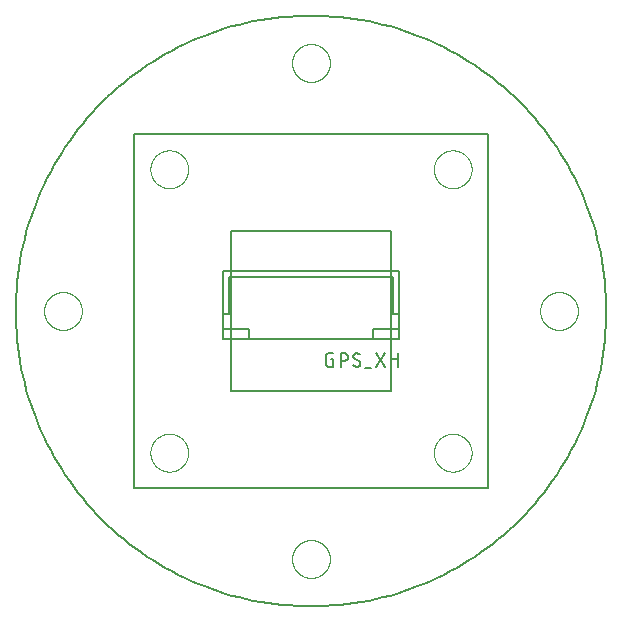
<source format=gto>
G75*
%MOIN*%
%OFA0B0*%
%FSLAX25Y25*%
%IPPOS*%
%LPD*%
%AMOC8*
5,1,8,0,0,1.08239X$1,22.5*
%
%ADD10C,0.00600*%
%ADD11C,0.00000*%
%ADD12C,0.00500*%
D10*
X0070394Y0090473D02*
X0070394Y0093623D01*
X0079174Y0093623D01*
X0079174Y0090473D01*
X0070394Y0090473D01*
X0070394Y0093623D02*
X0070394Y0098741D01*
X0072461Y0098741D01*
X0072461Y0111044D01*
X0126989Y0111044D01*
X0126989Y0098741D01*
X0129056Y0098741D01*
X0129056Y0113111D01*
X0070394Y0113111D01*
X0070394Y0098741D01*
X0079174Y0090473D02*
X0120276Y0090473D01*
X0120276Y0093623D01*
X0129056Y0093623D01*
X0129056Y0098741D01*
X0129056Y0093623D02*
X0129056Y0090473D01*
X0120276Y0090473D01*
X0001300Y0099725D02*
X0001330Y0102140D01*
X0001419Y0104554D01*
X0001567Y0106966D01*
X0001774Y0109372D01*
X0002040Y0111773D01*
X0002365Y0114167D01*
X0002749Y0116552D01*
X0003191Y0118927D01*
X0003692Y0121290D01*
X0004250Y0123640D01*
X0004865Y0125976D01*
X0005538Y0128296D01*
X0006268Y0130599D01*
X0007054Y0132883D01*
X0007895Y0135148D01*
X0008792Y0137391D01*
X0009744Y0139611D01*
X0010750Y0141807D01*
X0011809Y0143978D01*
X0012922Y0146122D01*
X0014087Y0148239D01*
X0015303Y0150326D01*
X0016570Y0152382D01*
X0017888Y0154407D01*
X0019254Y0156399D01*
X0020669Y0158357D01*
X0022132Y0160279D01*
X0023641Y0162165D01*
X0025197Y0164014D01*
X0026797Y0165823D01*
X0028441Y0167593D01*
X0030128Y0169322D01*
X0031857Y0171009D01*
X0033627Y0172653D01*
X0035436Y0174253D01*
X0037285Y0175809D01*
X0039171Y0177318D01*
X0041093Y0178781D01*
X0043051Y0180196D01*
X0045043Y0181562D01*
X0047068Y0182880D01*
X0049124Y0184147D01*
X0051211Y0185363D01*
X0053328Y0186528D01*
X0055472Y0187641D01*
X0057643Y0188700D01*
X0059839Y0189706D01*
X0062059Y0190658D01*
X0064302Y0191555D01*
X0066567Y0192396D01*
X0068851Y0193182D01*
X0071154Y0193912D01*
X0073474Y0194585D01*
X0075810Y0195200D01*
X0078160Y0195758D01*
X0080523Y0196259D01*
X0082898Y0196701D01*
X0085283Y0197085D01*
X0087677Y0197410D01*
X0090078Y0197676D01*
X0092484Y0197883D01*
X0094896Y0198031D01*
X0097310Y0198120D01*
X0099725Y0198150D01*
X0102140Y0198120D01*
X0104554Y0198031D01*
X0106966Y0197883D01*
X0109372Y0197676D01*
X0111773Y0197410D01*
X0114167Y0197085D01*
X0116552Y0196701D01*
X0118927Y0196259D01*
X0121290Y0195758D01*
X0123640Y0195200D01*
X0125976Y0194585D01*
X0128296Y0193912D01*
X0130599Y0193182D01*
X0132883Y0192396D01*
X0135148Y0191555D01*
X0137391Y0190658D01*
X0139611Y0189706D01*
X0141807Y0188700D01*
X0143978Y0187641D01*
X0146122Y0186528D01*
X0148239Y0185363D01*
X0150326Y0184147D01*
X0152382Y0182880D01*
X0154407Y0181562D01*
X0156399Y0180196D01*
X0158357Y0178781D01*
X0160279Y0177318D01*
X0162165Y0175809D01*
X0164014Y0174253D01*
X0165823Y0172653D01*
X0167593Y0171009D01*
X0169322Y0169322D01*
X0171009Y0167593D01*
X0172653Y0165823D01*
X0174253Y0164014D01*
X0175809Y0162165D01*
X0177318Y0160279D01*
X0178781Y0158357D01*
X0180196Y0156399D01*
X0181562Y0154407D01*
X0182880Y0152382D01*
X0184147Y0150326D01*
X0185363Y0148239D01*
X0186528Y0146122D01*
X0187641Y0143978D01*
X0188700Y0141807D01*
X0189706Y0139611D01*
X0190658Y0137391D01*
X0191555Y0135148D01*
X0192396Y0132883D01*
X0193182Y0130599D01*
X0193912Y0128296D01*
X0194585Y0125976D01*
X0195200Y0123640D01*
X0195758Y0121290D01*
X0196259Y0118927D01*
X0196701Y0116552D01*
X0197085Y0114167D01*
X0197410Y0111773D01*
X0197676Y0109372D01*
X0197883Y0106966D01*
X0198031Y0104554D01*
X0198120Y0102140D01*
X0198150Y0099725D01*
X0198120Y0097310D01*
X0198031Y0094896D01*
X0197883Y0092484D01*
X0197676Y0090078D01*
X0197410Y0087677D01*
X0197085Y0085283D01*
X0196701Y0082898D01*
X0196259Y0080523D01*
X0195758Y0078160D01*
X0195200Y0075810D01*
X0194585Y0073474D01*
X0193912Y0071154D01*
X0193182Y0068851D01*
X0192396Y0066567D01*
X0191555Y0064302D01*
X0190658Y0062059D01*
X0189706Y0059839D01*
X0188700Y0057643D01*
X0187641Y0055472D01*
X0186528Y0053328D01*
X0185363Y0051211D01*
X0184147Y0049124D01*
X0182880Y0047068D01*
X0181562Y0045043D01*
X0180196Y0043051D01*
X0178781Y0041093D01*
X0177318Y0039171D01*
X0175809Y0037285D01*
X0174253Y0035436D01*
X0172653Y0033627D01*
X0171009Y0031857D01*
X0169322Y0030128D01*
X0167593Y0028441D01*
X0165823Y0026797D01*
X0164014Y0025197D01*
X0162165Y0023641D01*
X0160279Y0022132D01*
X0158357Y0020669D01*
X0156399Y0019254D01*
X0154407Y0017888D01*
X0152382Y0016570D01*
X0150326Y0015303D01*
X0148239Y0014087D01*
X0146122Y0012922D01*
X0143978Y0011809D01*
X0141807Y0010750D01*
X0139611Y0009744D01*
X0137391Y0008792D01*
X0135148Y0007895D01*
X0132883Y0007054D01*
X0130599Y0006268D01*
X0128296Y0005538D01*
X0125976Y0004865D01*
X0123640Y0004250D01*
X0121290Y0003692D01*
X0118927Y0003191D01*
X0116552Y0002749D01*
X0114167Y0002365D01*
X0111773Y0002040D01*
X0109372Y0001774D01*
X0106966Y0001567D01*
X0104554Y0001419D01*
X0102140Y0001330D01*
X0099725Y0001300D01*
X0097310Y0001330D01*
X0094896Y0001419D01*
X0092484Y0001567D01*
X0090078Y0001774D01*
X0087677Y0002040D01*
X0085283Y0002365D01*
X0082898Y0002749D01*
X0080523Y0003191D01*
X0078160Y0003692D01*
X0075810Y0004250D01*
X0073474Y0004865D01*
X0071154Y0005538D01*
X0068851Y0006268D01*
X0066567Y0007054D01*
X0064302Y0007895D01*
X0062059Y0008792D01*
X0059839Y0009744D01*
X0057643Y0010750D01*
X0055472Y0011809D01*
X0053328Y0012922D01*
X0051211Y0014087D01*
X0049124Y0015303D01*
X0047068Y0016570D01*
X0045043Y0017888D01*
X0043051Y0019254D01*
X0041093Y0020669D01*
X0039171Y0022132D01*
X0037285Y0023641D01*
X0035436Y0025197D01*
X0033627Y0026797D01*
X0031857Y0028441D01*
X0030128Y0030128D01*
X0028441Y0031857D01*
X0026797Y0033627D01*
X0025197Y0035436D01*
X0023641Y0037285D01*
X0022132Y0039171D01*
X0020669Y0041093D01*
X0019254Y0043051D01*
X0017888Y0045043D01*
X0016570Y0047068D01*
X0015303Y0049124D01*
X0014087Y0051211D01*
X0012922Y0053328D01*
X0011809Y0055472D01*
X0010750Y0057643D01*
X0009744Y0059839D01*
X0008792Y0062059D01*
X0007895Y0064302D01*
X0007054Y0066567D01*
X0006268Y0068851D01*
X0005538Y0071154D01*
X0004865Y0073474D01*
X0004250Y0075810D01*
X0003692Y0078160D01*
X0003191Y0080523D01*
X0002749Y0082898D01*
X0002365Y0085283D01*
X0002040Y0087677D01*
X0001774Y0090078D01*
X0001567Y0092484D01*
X0001419Y0094896D01*
X0001330Y0097310D01*
X0001300Y0099725D01*
D11*
X0010749Y0099725D02*
X0010751Y0099883D01*
X0010757Y0100041D01*
X0010767Y0100199D01*
X0010781Y0100357D01*
X0010799Y0100514D01*
X0010820Y0100671D01*
X0010846Y0100827D01*
X0010876Y0100983D01*
X0010909Y0101138D01*
X0010947Y0101291D01*
X0010988Y0101444D01*
X0011033Y0101596D01*
X0011082Y0101747D01*
X0011135Y0101896D01*
X0011191Y0102044D01*
X0011251Y0102190D01*
X0011315Y0102335D01*
X0011383Y0102478D01*
X0011454Y0102620D01*
X0011528Y0102760D01*
X0011606Y0102897D01*
X0011688Y0103033D01*
X0011772Y0103167D01*
X0011861Y0103298D01*
X0011952Y0103427D01*
X0012047Y0103554D01*
X0012144Y0103679D01*
X0012245Y0103801D01*
X0012349Y0103920D01*
X0012456Y0104037D01*
X0012566Y0104151D01*
X0012679Y0104262D01*
X0012794Y0104371D01*
X0012912Y0104476D01*
X0013033Y0104578D01*
X0013156Y0104678D01*
X0013282Y0104774D01*
X0013410Y0104867D01*
X0013540Y0104957D01*
X0013673Y0105043D01*
X0013808Y0105127D01*
X0013944Y0105206D01*
X0014083Y0105283D01*
X0014224Y0105355D01*
X0014366Y0105425D01*
X0014510Y0105490D01*
X0014656Y0105552D01*
X0014803Y0105610D01*
X0014952Y0105665D01*
X0015102Y0105716D01*
X0015253Y0105763D01*
X0015405Y0105806D01*
X0015558Y0105845D01*
X0015713Y0105881D01*
X0015868Y0105912D01*
X0016024Y0105940D01*
X0016180Y0105964D01*
X0016337Y0105984D01*
X0016495Y0106000D01*
X0016652Y0106012D01*
X0016811Y0106020D01*
X0016969Y0106024D01*
X0017127Y0106024D01*
X0017285Y0106020D01*
X0017444Y0106012D01*
X0017601Y0106000D01*
X0017759Y0105984D01*
X0017916Y0105964D01*
X0018072Y0105940D01*
X0018228Y0105912D01*
X0018383Y0105881D01*
X0018538Y0105845D01*
X0018691Y0105806D01*
X0018843Y0105763D01*
X0018994Y0105716D01*
X0019144Y0105665D01*
X0019293Y0105610D01*
X0019440Y0105552D01*
X0019586Y0105490D01*
X0019730Y0105425D01*
X0019872Y0105355D01*
X0020013Y0105283D01*
X0020152Y0105206D01*
X0020288Y0105127D01*
X0020423Y0105043D01*
X0020556Y0104957D01*
X0020686Y0104867D01*
X0020814Y0104774D01*
X0020940Y0104678D01*
X0021063Y0104578D01*
X0021184Y0104476D01*
X0021302Y0104371D01*
X0021417Y0104262D01*
X0021530Y0104151D01*
X0021640Y0104037D01*
X0021747Y0103920D01*
X0021851Y0103801D01*
X0021952Y0103679D01*
X0022049Y0103554D01*
X0022144Y0103427D01*
X0022235Y0103298D01*
X0022324Y0103167D01*
X0022408Y0103033D01*
X0022490Y0102897D01*
X0022568Y0102760D01*
X0022642Y0102620D01*
X0022713Y0102478D01*
X0022781Y0102335D01*
X0022845Y0102190D01*
X0022905Y0102044D01*
X0022961Y0101896D01*
X0023014Y0101747D01*
X0023063Y0101596D01*
X0023108Y0101444D01*
X0023149Y0101291D01*
X0023187Y0101138D01*
X0023220Y0100983D01*
X0023250Y0100827D01*
X0023276Y0100671D01*
X0023297Y0100514D01*
X0023315Y0100357D01*
X0023329Y0100199D01*
X0023339Y0100041D01*
X0023345Y0099883D01*
X0023347Y0099725D01*
X0023345Y0099567D01*
X0023339Y0099409D01*
X0023329Y0099251D01*
X0023315Y0099093D01*
X0023297Y0098936D01*
X0023276Y0098779D01*
X0023250Y0098623D01*
X0023220Y0098467D01*
X0023187Y0098312D01*
X0023149Y0098159D01*
X0023108Y0098006D01*
X0023063Y0097854D01*
X0023014Y0097703D01*
X0022961Y0097554D01*
X0022905Y0097406D01*
X0022845Y0097260D01*
X0022781Y0097115D01*
X0022713Y0096972D01*
X0022642Y0096830D01*
X0022568Y0096690D01*
X0022490Y0096553D01*
X0022408Y0096417D01*
X0022324Y0096283D01*
X0022235Y0096152D01*
X0022144Y0096023D01*
X0022049Y0095896D01*
X0021952Y0095771D01*
X0021851Y0095649D01*
X0021747Y0095530D01*
X0021640Y0095413D01*
X0021530Y0095299D01*
X0021417Y0095188D01*
X0021302Y0095079D01*
X0021184Y0094974D01*
X0021063Y0094872D01*
X0020940Y0094772D01*
X0020814Y0094676D01*
X0020686Y0094583D01*
X0020556Y0094493D01*
X0020423Y0094407D01*
X0020288Y0094323D01*
X0020152Y0094244D01*
X0020013Y0094167D01*
X0019872Y0094095D01*
X0019730Y0094025D01*
X0019586Y0093960D01*
X0019440Y0093898D01*
X0019293Y0093840D01*
X0019144Y0093785D01*
X0018994Y0093734D01*
X0018843Y0093687D01*
X0018691Y0093644D01*
X0018538Y0093605D01*
X0018383Y0093569D01*
X0018228Y0093538D01*
X0018072Y0093510D01*
X0017916Y0093486D01*
X0017759Y0093466D01*
X0017601Y0093450D01*
X0017444Y0093438D01*
X0017285Y0093430D01*
X0017127Y0093426D01*
X0016969Y0093426D01*
X0016811Y0093430D01*
X0016652Y0093438D01*
X0016495Y0093450D01*
X0016337Y0093466D01*
X0016180Y0093486D01*
X0016024Y0093510D01*
X0015868Y0093538D01*
X0015713Y0093569D01*
X0015558Y0093605D01*
X0015405Y0093644D01*
X0015253Y0093687D01*
X0015102Y0093734D01*
X0014952Y0093785D01*
X0014803Y0093840D01*
X0014656Y0093898D01*
X0014510Y0093960D01*
X0014366Y0094025D01*
X0014224Y0094095D01*
X0014083Y0094167D01*
X0013944Y0094244D01*
X0013808Y0094323D01*
X0013673Y0094407D01*
X0013540Y0094493D01*
X0013410Y0094583D01*
X0013282Y0094676D01*
X0013156Y0094772D01*
X0013033Y0094872D01*
X0012912Y0094974D01*
X0012794Y0095079D01*
X0012679Y0095188D01*
X0012566Y0095299D01*
X0012456Y0095413D01*
X0012349Y0095530D01*
X0012245Y0095649D01*
X0012144Y0095771D01*
X0012047Y0095896D01*
X0011952Y0096023D01*
X0011861Y0096152D01*
X0011772Y0096283D01*
X0011688Y0096417D01*
X0011606Y0096553D01*
X0011528Y0096690D01*
X0011454Y0096830D01*
X0011383Y0096972D01*
X0011315Y0097115D01*
X0011251Y0097260D01*
X0011191Y0097406D01*
X0011135Y0097554D01*
X0011082Y0097703D01*
X0011033Y0097854D01*
X0010988Y0098006D01*
X0010947Y0098159D01*
X0010909Y0098312D01*
X0010876Y0098467D01*
X0010846Y0098623D01*
X0010820Y0098779D01*
X0010799Y0098936D01*
X0010781Y0099093D01*
X0010767Y0099251D01*
X0010757Y0099409D01*
X0010751Y0099567D01*
X0010749Y0099725D01*
X0046182Y0052481D02*
X0046184Y0052639D01*
X0046190Y0052797D01*
X0046200Y0052955D01*
X0046214Y0053113D01*
X0046232Y0053270D01*
X0046253Y0053427D01*
X0046279Y0053583D01*
X0046309Y0053739D01*
X0046342Y0053894D01*
X0046380Y0054047D01*
X0046421Y0054200D01*
X0046466Y0054352D01*
X0046515Y0054503D01*
X0046568Y0054652D01*
X0046624Y0054800D01*
X0046684Y0054946D01*
X0046748Y0055091D01*
X0046816Y0055234D01*
X0046887Y0055376D01*
X0046961Y0055516D01*
X0047039Y0055653D01*
X0047121Y0055789D01*
X0047205Y0055923D01*
X0047294Y0056054D01*
X0047385Y0056183D01*
X0047480Y0056310D01*
X0047577Y0056435D01*
X0047678Y0056557D01*
X0047782Y0056676D01*
X0047889Y0056793D01*
X0047999Y0056907D01*
X0048112Y0057018D01*
X0048227Y0057127D01*
X0048345Y0057232D01*
X0048466Y0057334D01*
X0048589Y0057434D01*
X0048715Y0057530D01*
X0048843Y0057623D01*
X0048973Y0057713D01*
X0049106Y0057799D01*
X0049241Y0057883D01*
X0049377Y0057962D01*
X0049516Y0058039D01*
X0049657Y0058111D01*
X0049799Y0058181D01*
X0049943Y0058246D01*
X0050089Y0058308D01*
X0050236Y0058366D01*
X0050385Y0058421D01*
X0050535Y0058472D01*
X0050686Y0058519D01*
X0050838Y0058562D01*
X0050991Y0058601D01*
X0051146Y0058637D01*
X0051301Y0058668D01*
X0051457Y0058696D01*
X0051613Y0058720D01*
X0051770Y0058740D01*
X0051928Y0058756D01*
X0052085Y0058768D01*
X0052244Y0058776D01*
X0052402Y0058780D01*
X0052560Y0058780D01*
X0052718Y0058776D01*
X0052877Y0058768D01*
X0053034Y0058756D01*
X0053192Y0058740D01*
X0053349Y0058720D01*
X0053505Y0058696D01*
X0053661Y0058668D01*
X0053816Y0058637D01*
X0053971Y0058601D01*
X0054124Y0058562D01*
X0054276Y0058519D01*
X0054427Y0058472D01*
X0054577Y0058421D01*
X0054726Y0058366D01*
X0054873Y0058308D01*
X0055019Y0058246D01*
X0055163Y0058181D01*
X0055305Y0058111D01*
X0055446Y0058039D01*
X0055585Y0057962D01*
X0055721Y0057883D01*
X0055856Y0057799D01*
X0055989Y0057713D01*
X0056119Y0057623D01*
X0056247Y0057530D01*
X0056373Y0057434D01*
X0056496Y0057334D01*
X0056617Y0057232D01*
X0056735Y0057127D01*
X0056850Y0057018D01*
X0056963Y0056907D01*
X0057073Y0056793D01*
X0057180Y0056676D01*
X0057284Y0056557D01*
X0057385Y0056435D01*
X0057482Y0056310D01*
X0057577Y0056183D01*
X0057668Y0056054D01*
X0057757Y0055923D01*
X0057841Y0055789D01*
X0057923Y0055653D01*
X0058001Y0055516D01*
X0058075Y0055376D01*
X0058146Y0055234D01*
X0058214Y0055091D01*
X0058278Y0054946D01*
X0058338Y0054800D01*
X0058394Y0054652D01*
X0058447Y0054503D01*
X0058496Y0054352D01*
X0058541Y0054200D01*
X0058582Y0054047D01*
X0058620Y0053894D01*
X0058653Y0053739D01*
X0058683Y0053583D01*
X0058709Y0053427D01*
X0058730Y0053270D01*
X0058748Y0053113D01*
X0058762Y0052955D01*
X0058772Y0052797D01*
X0058778Y0052639D01*
X0058780Y0052481D01*
X0058778Y0052323D01*
X0058772Y0052165D01*
X0058762Y0052007D01*
X0058748Y0051849D01*
X0058730Y0051692D01*
X0058709Y0051535D01*
X0058683Y0051379D01*
X0058653Y0051223D01*
X0058620Y0051068D01*
X0058582Y0050915D01*
X0058541Y0050762D01*
X0058496Y0050610D01*
X0058447Y0050459D01*
X0058394Y0050310D01*
X0058338Y0050162D01*
X0058278Y0050016D01*
X0058214Y0049871D01*
X0058146Y0049728D01*
X0058075Y0049586D01*
X0058001Y0049446D01*
X0057923Y0049309D01*
X0057841Y0049173D01*
X0057757Y0049039D01*
X0057668Y0048908D01*
X0057577Y0048779D01*
X0057482Y0048652D01*
X0057385Y0048527D01*
X0057284Y0048405D01*
X0057180Y0048286D01*
X0057073Y0048169D01*
X0056963Y0048055D01*
X0056850Y0047944D01*
X0056735Y0047835D01*
X0056617Y0047730D01*
X0056496Y0047628D01*
X0056373Y0047528D01*
X0056247Y0047432D01*
X0056119Y0047339D01*
X0055989Y0047249D01*
X0055856Y0047163D01*
X0055721Y0047079D01*
X0055585Y0047000D01*
X0055446Y0046923D01*
X0055305Y0046851D01*
X0055163Y0046781D01*
X0055019Y0046716D01*
X0054873Y0046654D01*
X0054726Y0046596D01*
X0054577Y0046541D01*
X0054427Y0046490D01*
X0054276Y0046443D01*
X0054124Y0046400D01*
X0053971Y0046361D01*
X0053816Y0046325D01*
X0053661Y0046294D01*
X0053505Y0046266D01*
X0053349Y0046242D01*
X0053192Y0046222D01*
X0053034Y0046206D01*
X0052877Y0046194D01*
X0052718Y0046186D01*
X0052560Y0046182D01*
X0052402Y0046182D01*
X0052244Y0046186D01*
X0052085Y0046194D01*
X0051928Y0046206D01*
X0051770Y0046222D01*
X0051613Y0046242D01*
X0051457Y0046266D01*
X0051301Y0046294D01*
X0051146Y0046325D01*
X0050991Y0046361D01*
X0050838Y0046400D01*
X0050686Y0046443D01*
X0050535Y0046490D01*
X0050385Y0046541D01*
X0050236Y0046596D01*
X0050089Y0046654D01*
X0049943Y0046716D01*
X0049799Y0046781D01*
X0049657Y0046851D01*
X0049516Y0046923D01*
X0049377Y0047000D01*
X0049241Y0047079D01*
X0049106Y0047163D01*
X0048973Y0047249D01*
X0048843Y0047339D01*
X0048715Y0047432D01*
X0048589Y0047528D01*
X0048466Y0047628D01*
X0048345Y0047730D01*
X0048227Y0047835D01*
X0048112Y0047944D01*
X0047999Y0048055D01*
X0047889Y0048169D01*
X0047782Y0048286D01*
X0047678Y0048405D01*
X0047577Y0048527D01*
X0047480Y0048652D01*
X0047385Y0048779D01*
X0047294Y0048908D01*
X0047205Y0049039D01*
X0047121Y0049173D01*
X0047039Y0049309D01*
X0046961Y0049446D01*
X0046887Y0049586D01*
X0046816Y0049728D01*
X0046748Y0049871D01*
X0046684Y0050016D01*
X0046624Y0050162D01*
X0046568Y0050310D01*
X0046515Y0050459D01*
X0046466Y0050610D01*
X0046421Y0050762D01*
X0046380Y0050915D01*
X0046342Y0051068D01*
X0046309Y0051223D01*
X0046279Y0051379D01*
X0046253Y0051535D01*
X0046232Y0051692D01*
X0046214Y0051849D01*
X0046200Y0052007D01*
X0046190Y0052165D01*
X0046184Y0052323D01*
X0046182Y0052481D01*
X0093426Y0017048D02*
X0093428Y0017206D01*
X0093434Y0017364D01*
X0093444Y0017522D01*
X0093458Y0017680D01*
X0093476Y0017837D01*
X0093497Y0017994D01*
X0093523Y0018150D01*
X0093553Y0018306D01*
X0093586Y0018461D01*
X0093624Y0018614D01*
X0093665Y0018767D01*
X0093710Y0018919D01*
X0093759Y0019070D01*
X0093812Y0019219D01*
X0093868Y0019367D01*
X0093928Y0019513D01*
X0093992Y0019658D01*
X0094060Y0019801D01*
X0094131Y0019943D01*
X0094205Y0020083D01*
X0094283Y0020220D01*
X0094365Y0020356D01*
X0094449Y0020490D01*
X0094538Y0020621D01*
X0094629Y0020750D01*
X0094724Y0020877D01*
X0094821Y0021002D01*
X0094922Y0021124D01*
X0095026Y0021243D01*
X0095133Y0021360D01*
X0095243Y0021474D01*
X0095356Y0021585D01*
X0095471Y0021694D01*
X0095589Y0021799D01*
X0095710Y0021901D01*
X0095833Y0022001D01*
X0095959Y0022097D01*
X0096087Y0022190D01*
X0096217Y0022280D01*
X0096350Y0022366D01*
X0096485Y0022450D01*
X0096621Y0022529D01*
X0096760Y0022606D01*
X0096901Y0022678D01*
X0097043Y0022748D01*
X0097187Y0022813D01*
X0097333Y0022875D01*
X0097480Y0022933D01*
X0097629Y0022988D01*
X0097779Y0023039D01*
X0097930Y0023086D01*
X0098082Y0023129D01*
X0098235Y0023168D01*
X0098390Y0023204D01*
X0098545Y0023235D01*
X0098701Y0023263D01*
X0098857Y0023287D01*
X0099014Y0023307D01*
X0099172Y0023323D01*
X0099329Y0023335D01*
X0099488Y0023343D01*
X0099646Y0023347D01*
X0099804Y0023347D01*
X0099962Y0023343D01*
X0100121Y0023335D01*
X0100278Y0023323D01*
X0100436Y0023307D01*
X0100593Y0023287D01*
X0100749Y0023263D01*
X0100905Y0023235D01*
X0101060Y0023204D01*
X0101215Y0023168D01*
X0101368Y0023129D01*
X0101520Y0023086D01*
X0101671Y0023039D01*
X0101821Y0022988D01*
X0101970Y0022933D01*
X0102117Y0022875D01*
X0102263Y0022813D01*
X0102407Y0022748D01*
X0102549Y0022678D01*
X0102690Y0022606D01*
X0102829Y0022529D01*
X0102965Y0022450D01*
X0103100Y0022366D01*
X0103233Y0022280D01*
X0103363Y0022190D01*
X0103491Y0022097D01*
X0103617Y0022001D01*
X0103740Y0021901D01*
X0103861Y0021799D01*
X0103979Y0021694D01*
X0104094Y0021585D01*
X0104207Y0021474D01*
X0104317Y0021360D01*
X0104424Y0021243D01*
X0104528Y0021124D01*
X0104629Y0021002D01*
X0104726Y0020877D01*
X0104821Y0020750D01*
X0104912Y0020621D01*
X0105001Y0020490D01*
X0105085Y0020356D01*
X0105167Y0020220D01*
X0105245Y0020083D01*
X0105319Y0019943D01*
X0105390Y0019801D01*
X0105458Y0019658D01*
X0105522Y0019513D01*
X0105582Y0019367D01*
X0105638Y0019219D01*
X0105691Y0019070D01*
X0105740Y0018919D01*
X0105785Y0018767D01*
X0105826Y0018614D01*
X0105864Y0018461D01*
X0105897Y0018306D01*
X0105927Y0018150D01*
X0105953Y0017994D01*
X0105974Y0017837D01*
X0105992Y0017680D01*
X0106006Y0017522D01*
X0106016Y0017364D01*
X0106022Y0017206D01*
X0106024Y0017048D01*
X0106022Y0016890D01*
X0106016Y0016732D01*
X0106006Y0016574D01*
X0105992Y0016416D01*
X0105974Y0016259D01*
X0105953Y0016102D01*
X0105927Y0015946D01*
X0105897Y0015790D01*
X0105864Y0015635D01*
X0105826Y0015482D01*
X0105785Y0015329D01*
X0105740Y0015177D01*
X0105691Y0015026D01*
X0105638Y0014877D01*
X0105582Y0014729D01*
X0105522Y0014583D01*
X0105458Y0014438D01*
X0105390Y0014295D01*
X0105319Y0014153D01*
X0105245Y0014013D01*
X0105167Y0013876D01*
X0105085Y0013740D01*
X0105001Y0013606D01*
X0104912Y0013475D01*
X0104821Y0013346D01*
X0104726Y0013219D01*
X0104629Y0013094D01*
X0104528Y0012972D01*
X0104424Y0012853D01*
X0104317Y0012736D01*
X0104207Y0012622D01*
X0104094Y0012511D01*
X0103979Y0012402D01*
X0103861Y0012297D01*
X0103740Y0012195D01*
X0103617Y0012095D01*
X0103491Y0011999D01*
X0103363Y0011906D01*
X0103233Y0011816D01*
X0103100Y0011730D01*
X0102965Y0011646D01*
X0102829Y0011567D01*
X0102690Y0011490D01*
X0102549Y0011418D01*
X0102407Y0011348D01*
X0102263Y0011283D01*
X0102117Y0011221D01*
X0101970Y0011163D01*
X0101821Y0011108D01*
X0101671Y0011057D01*
X0101520Y0011010D01*
X0101368Y0010967D01*
X0101215Y0010928D01*
X0101060Y0010892D01*
X0100905Y0010861D01*
X0100749Y0010833D01*
X0100593Y0010809D01*
X0100436Y0010789D01*
X0100278Y0010773D01*
X0100121Y0010761D01*
X0099962Y0010753D01*
X0099804Y0010749D01*
X0099646Y0010749D01*
X0099488Y0010753D01*
X0099329Y0010761D01*
X0099172Y0010773D01*
X0099014Y0010789D01*
X0098857Y0010809D01*
X0098701Y0010833D01*
X0098545Y0010861D01*
X0098390Y0010892D01*
X0098235Y0010928D01*
X0098082Y0010967D01*
X0097930Y0011010D01*
X0097779Y0011057D01*
X0097629Y0011108D01*
X0097480Y0011163D01*
X0097333Y0011221D01*
X0097187Y0011283D01*
X0097043Y0011348D01*
X0096901Y0011418D01*
X0096760Y0011490D01*
X0096621Y0011567D01*
X0096485Y0011646D01*
X0096350Y0011730D01*
X0096217Y0011816D01*
X0096087Y0011906D01*
X0095959Y0011999D01*
X0095833Y0012095D01*
X0095710Y0012195D01*
X0095589Y0012297D01*
X0095471Y0012402D01*
X0095356Y0012511D01*
X0095243Y0012622D01*
X0095133Y0012736D01*
X0095026Y0012853D01*
X0094922Y0012972D01*
X0094821Y0013094D01*
X0094724Y0013219D01*
X0094629Y0013346D01*
X0094538Y0013475D01*
X0094449Y0013606D01*
X0094365Y0013740D01*
X0094283Y0013876D01*
X0094205Y0014013D01*
X0094131Y0014153D01*
X0094060Y0014295D01*
X0093992Y0014438D01*
X0093928Y0014583D01*
X0093868Y0014729D01*
X0093812Y0014877D01*
X0093759Y0015026D01*
X0093710Y0015177D01*
X0093665Y0015329D01*
X0093624Y0015482D01*
X0093586Y0015635D01*
X0093553Y0015790D01*
X0093523Y0015946D01*
X0093497Y0016102D01*
X0093476Y0016259D01*
X0093458Y0016416D01*
X0093444Y0016574D01*
X0093434Y0016732D01*
X0093428Y0016890D01*
X0093426Y0017048D01*
X0140670Y0052481D02*
X0140672Y0052639D01*
X0140678Y0052797D01*
X0140688Y0052955D01*
X0140702Y0053113D01*
X0140720Y0053270D01*
X0140741Y0053427D01*
X0140767Y0053583D01*
X0140797Y0053739D01*
X0140830Y0053894D01*
X0140868Y0054047D01*
X0140909Y0054200D01*
X0140954Y0054352D01*
X0141003Y0054503D01*
X0141056Y0054652D01*
X0141112Y0054800D01*
X0141172Y0054946D01*
X0141236Y0055091D01*
X0141304Y0055234D01*
X0141375Y0055376D01*
X0141449Y0055516D01*
X0141527Y0055653D01*
X0141609Y0055789D01*
X0141693Y0055923D01*
X0141782Y0056054D01*
X0141873Y0056183D01*
X0141968Y0056310D01*
X0142065Y0056435D01*
X0142166Y0056557D01*
X0142270Y0056676D01*
X0142377Y0056793D01*
X0142487Y0056907D01*
X0142600Y0057018D01*
X0142715Y0057127D01*
X0142833Y0057232D01*
X0142954Y0057334D01*
X0143077Y0057434D01*
X0143203Y0057530D01*
X0143331Y0057623D01*
X0143461Y0057713D01*
X0143594Y0057799D01*
X0143729Y0057883D01*
X0143865Y0057962D01*
X0144004Y0058039D01*
X0144145Y0058111D01*
X0144287Y0058181D01*
X0144431Y0058246D01*
X0144577Y0058308D01*
X0144724Y0058366D01*
X0144873Y0058421D01*
X0145023Y0058472D01*
X0145174Y0058519D01*
X0145326Y0058562D01*
X0145479Y0058601D01*
X0145634Y0058637D01*
X0145789Y0058668D01*
X0145945Y0058696D01*
X0146101Y0058720D01*
X0146258Y0058740D01*
X0146416Y0058756D01*
X0146573Y0058768D01*
X0146732Y0058776D01*
X0146890Y0058780D01*
X0147048Y0058780D01*
X0147206Y0058776D01*
X0147365Y0058768D01*
X0147522Y0058756D01*
X0147680Y0058740D01*
X0147837Y0058720D01*
X0147993Y0058696D01*
X0148149Y0058668D01*
X0148304Y0058637D01*
X0148459Y0058601D01*
X0148612Y0058562D01*
X0148764Y0058519D01*
X0148915Y0058472D01*
X0149065Y0058421D01*
X0149214Y0058366D01*
X0149361Y0058308D01*
X0149507Y0058246D01*
X0149651Y0058181D01*
X0149793Y0058111D01*
X0149934Y0058039D01*
X0150073Y0057962D01*
X0150209Y0057883D01*
X0150344Y0057799D01*
X0150477Y0057713D01*
X0150607Y0057623D01*
X0150735Y0057530D01*
X0150861Y0057434D01*
X0150984Y0057334D01*
X0151105Y0057232D01*
X0151223Y0057127D01*
X0151338Y0057018D01*
X0151451Y0056907D01*
X0151561Y0056793D01*
X0151668Y0056676D01*
X0151772Y0056557D01*
X0151873Y0056435D01*
X0151970Y0056310D01*
X0152065Y0056183D01*
X0152156Y0056054D01*
X0152245Y0055923D01*
X0152329Y0055789D01*
X0152411Y0055653D01*
X0152489Y0055516D01*
X0152563Y0055376D01*
X0152634Y0055234D01*
X0152702Y0055091D01*
X0152766Y0054946D01*
X0152826Y0054800D01*
X0152882Y0054652D01*
X0152935Y0054503D01*
X0152984Y0054352D01*
X0153029Y0054200D01*
X0153070Y0054047D01*
X0153108Y0053894D01*
X0153141Y0053739D01*
X0153171Y0053583D01*
X0153197Y0053427D01*
X0153218Y0053270D01*
X0153236Y0053113D01*
X0153250Y0052955D01*
X0153260Y0052797D01*
X0153266Y0052639D01*
X0153268Y0052481D01*
X0153266Y0052323D01*
X0153260Y0052165D01*
X0153250Y0052007D01*
X0153236Y0051849D01*
X0153218Y0051692D01*
X0153197Y0051535D01*
X0153171Y0051379D01*
X0153141Y0051223D01*
X0153108Y0051068D01*
X0153070Y0050915D01*
X0153029Y0050762D01*
X0152984Y0050610D01*
X0152935Y0050459D01*
X0152882Y0050310D01*
X0152826Y0050162D01*
X0152766Y0050016D01*
X0152702Y0049871D01*
X0152634Y0049728D01*
X0152563Y0049586D01*
X0152489Y0049446D01*
X0152411Y0049309D01*
X0152329Y0049173D01*
X0152245Y0049039D01*
X0152156Y0048908D01*
X0152065Y0048779D01*
X0151970Y0048652D01*
X0151873Y0048527D01*
X0151772Y0048405D01*
X0151668Y0048286D01*
X0151561Y0048169D01*
X0151451Y0048055D01*
X0151338Y0047944D01*
X0151223Y0047835D01*
X0151105Y0047730D01*
X0150984Y0047628D01*
X0150861Y0047528D01*
X0150735Y0047432D01*
X0150607Y0047339D01*
X0150477Y0047249D01*
X0150344Y0047163D01*
X0150209Y0047079D01*
X0150073Y0047000D01*
X0149934Y0046923D01*
X0149793Y0046851D01*
X0149651Y0046781D01*
X0149507Y0046716D01*
X0149361Y0046654D01*
X0149214Y0046596D01*
X0149065Y0046541D01*
X0148915Y0046490D01*
X0148764Y0046443D01*
X0148612Y0046400D01*
X0148459Y0046361D01*
X0148304Y0046325D01*
X0148149Y0046294D01*
X0147993Y0046266D01*
X0147837Y0046242D01*
X0147680Y0046222D01*
X0147522Y0046206D01*
X0147365Y0046194D01*
X0147206Y0046186D01*
X0147048Y0046182D01*
X0146890Y0046182D01*
X0146732Y0046186D01*
X0146573Y0046194D01*
X0146416Y0046206D01*
X0146258Y0046222D01*
X0146101Y0046242D01*
X0145945Y0046266D01*
X0145789Y0046294D01*
X0145634Y0046325D01*
X0145479Y0046361D01*
X0145326Y0046400D01*
X0145174Y0046443D01*
X0145023Y0046490D01*
X0144873Y0046541D01*
X0144724Y0046596D01*
X0144577Y0046654D01*
X0144431Y0046716D01*
X0144287Y0046781D01*
X0144145Y0046851D01*
X0144004Y0046923D01*
X0143865Y0047000D01*
X0143729Y0047079D01*
X0143594Y0047163D01*
X0143461Y0047249D01*
X0143331Y0047339D01*
X0143203Y0047432D01*
X0143077Y0047528D01*
X0142954Y0047628D01*
X0142833Y0047730D01*
X0142715Y0047835D01*
X0142600Y0047944D01*
X0142487Y0048055D01*
X0142377Y0048169D01*
X0142270Y0048286D01*
X0142166Y0048405D01*
X0142065Y0048527D01*
X0141968Y0048652D01*
X0141873Y0048779D01*
X0141782Y0048908D01*
X0141693Y0049039D01*
X0141609Y0049173D01*
X0141527Y0049309D01*
X0141449Y0049446D01*
X0141375Y0049586D01*
X0141304Y0049728D01*
X0141236Y0049871D01*
X0141172Y0050016D01*
X0141112Y0050162D01*
X0141056Y0050310D01*
X0141003Y0050459D01*
X0140954Y0050610D01*
X0140909Y0050762D01*
X0140868Y0050915D01*
X0140830Y0051068D01*
X0140797Y0051223D01*
X0140767Y0051379D01*
X0140741Y0051535D01*
X0140720Y0051692D01*
X0140702Y0051849D01*
X0140688Y0052007D01*
X0140678Y0052165D01*
X0140672Y0052323D01*
X0140670Y0052481D01*
X0176103Y0099725D02*
X0176105Y0099883D01*
X0176111Y0100041D01*
X0176121Y0100199D01*
X0176135Y0100357D01*
X0176153Y0100514D01*
X0176174Y0100671D01*
X0176200Y0100827D01*
X0176230Y0100983D01*
X0176263Y0101138D01*
X0176301Y0101291D01*
X0176342Y0101444D01*
X0176387Y0101596D01*
X0176436Y0101747D01*
X0176489Y0101896D01*
X0176545Y0102044D01*
X0176605Y0102190D01*
X0176669Y0102335D01*
X0176737Y0102478D01*
X0176808Y0102620D01*
X0176882Y0102760D01*
X0176960Y0102897D01*
X0177042Y0103033D01*
X0177126Y0103167D01*
X0177215Y0103298D01*
X0177306Y0103427D01*
X0177401Y0103554D01*
X0177498Y0103679D01*
X0177599Y0103801D01*
X0177703Y0103920D01*
X0177810Y0104037D01*
X0177920Y0104151D01*
X0178033Y0104262D01*
X0178148Y0104371D01*
X0178266Y0104476D01*
X0178387Y0104578D01*
X0178510Y0104678D01*
X0178636Y0104774D01*
X0178764Y0104867D01*
X0178894Y0104957D01*
X0179027Y0105043D01*
X0179162Y0105127D01*
X0179298Y0105206D01*
X0179437Y0105283D01*
X0179578Y0105355D01*
X0179720Y0105425D01*
X0179864Y0105490D01*
X0180010Y0105552D01*
X0180157Y0105610D01*
X0180306Y0105665D01*
X0180456Y0105716D01*
X0180607Y0105763D01*
X0180759Y0105806D01*
X0180912Y0105845D01*
X0181067Y0105881D01*
X0181222Y0105912D01*
X0181378Y0105940D01*
X0181534Y0105964D01*
X0181691Y0105984D01*
X0181849Y0106000D01*
X0182006Y0106012D01*
X0182165Y0106020D01*
X0182323Y0106024D01*
X0182481Y0106024D01*
X0182639Y0106020D01*
X0182798Y0106012D01*
X0182955Y0106000D01*
X0183113Y0105984D01*
X0183270Y0105964D01*
X0183426Y0105940D01*
X0183582Y0105912D01*
X0183737Y0105881D01*
X0183892Y0105845D01*
X0184045Y0105806D01*
X0184197Y0105763D01*
X0184348Y0105716D01*
X0184498Y0105665D01*
X0184647Y0105610D01*
X0184794Y0105552D01*
X0184940Y0105490D01*
X0185084Y0105425D01*
X0185226Y0105355D01*
X0185367Y0105283D01*
X0185506Y0105206D01*
X0185642Y0105127D01*
X0185777Y0105043D01*
X0185910Y0104957D01*
X0186040Y0104867D01*
X0186168Y0104774D01*
X0186294Y0104678D01*
X0186417Y0104578D01*
X0186538Y0104476D01*
X0186656Y0104371D01*
X0186771Y0104262D01*
X0186884Y0104151D01*
X0186994Y0104037D01*
X0187101Y0103920D01*
X0187205Y0103801D01*
X0187306Y0103679D01*
X0187403Y0103554D01*
X0187498Y0103427D01*
X0187589Y0103298D01*
X0187678Y0103167D01*
X0187762Y0103033D01*
X0187844Y0102897D01*
X0187922Y0102760D01*
X0187996Y0102620D01*
X0188067Y0102478D01*
X0188135Y0102335D01*
X0188199Y0102190D01*
X0188259Y0102044D01*
X0188315Y0101896D01*
X0188368Y0101747D01*
X0188417Y0101596D01*
X0188462Y0101444D01*
X0188503Y0101291D01*
X0188541Y0101138D01*
X0188574Y0100983D01*
X0188604Y0100827D01*
X0188630Y0100671D01*
X0188651Y0100514D01*
X0188669Y0100357D01*
X0188683Y0100199D01*
X0188693Y0100041D01*
X0188699Y0099883D01*
X0188701Y0099725D01*
X0188699Y0099567D01*
X0188693Y0099409D01*
X0188683Y0099251D01*
X0188669Y0099093D01*
X0188651Y0098936D01*
X0188630Y0098779D01*
X0188604Y0098623D01*
X0188574Y0098467D01*
X0188541Y0098312D01*
X0188503Y0098159D01*
X0188462Y0098006D01*
X0188417Y0097854D01*
X0188368Y0097703D01*
X0188315Y0097554D01*
X0188259Y0097406D01*
X0188199Y0097260D01*
X0188135Y0097115D01*
X0188067Y0096972D01*
X0187996Y0096830D01*
X0187922Y0096690D01*
X0187844Y0096553D01*
X0187762Y0096417D01*
X0187678Y0096283D01*
X0187589Y0096152D01*
X0187498Y0096023D01*
X0187403Y0095896D01*
X0187306Y0095771D01*
X0187205Y0095649D01*
X0187101Y0095530D01*
X0186994Y0095413D01*
X0186884Y0095299D01*
X0186771Y0095188D01*
X0186656Y0095079D01*
X0186538Y0094974D01*
X0186417Y0094872D01*
X0186294Y0094772D01*
X0186168Y0094676D01*
X0186040Y0094583D01*
X0185910Y0094493D01*
X0185777Y0094407D01*
X0185642Y0094323D01*
X0185506Y0094244D01*
X0185367Y0094167D01*
X0185226Y0094095D01*
X0185084Y0094025D01*
X0184940Y0093960D01*
X0184794Y0093898D01*
X0184647Y0093840D01*
X0184498Y0093785D01*
X0184348Y0093734D01*
X0184197Y0093687D01*
X0184045Y0093644D01*
X0183892Y0093605D01*
X0183737Y0093569D01*
X0183582Y0093538D01*
X0183426Y0093510D01*
X0183270Y0093486D01*
X0183113Y0093466D01*
X0182955Y0093450D01*
X0182798Y0093438D01*
X0182639Y0093430D01*
X0182481Y0093426D01*
X0182323Y0093426D01*
X0182165Y0093430D01*
X0182006Y0093438D01*
X0181849Y0093450D01*
X0181691Y0093466D01*
X0181534Y0093486D01*
X0181378Y0093510D01*
X0181222Y0093538D01*
X0181067Y0093569D01*
X0180912Y0093605D01*
X0180759Y0093644D01*
X0180607Y0093687D01*
X0180456Y0093734D01*
X0180306Y0093785D01*
X0180157Y0093840D01*
X0180010Y0093898D01*
X0179864Y0093960D01*
X0179720Y0094025D01*
X0179578Y0094095D01*
X0179437Y0094167D01*
X0179298Y0094244D01*
X0179162Y0094323D01*
X0179027Y0094407D01*
X0178894Y0094493D01*
X0178764Y0094583D01*
X0178636Y0094676D01*
X0178510Y0094772D01*
X0178387Y0094872D01*
X0178266Y0094974D01*
X0178148Y0095079D01*
X0178033Y0095188D01*
X0177920Y0095299D01*
X0177810Y0095413D01*
X0177703Y0095530D01*
X0177599Y0095649D01*
X0177498Y0095771D01*
X0177401Y0095896D01*
X0177306Y0096023D01*
X0177215Y0096152D01*
X0177126Y0096283D01*
X0177042Y0096417D01*
X0176960Y0096553D01*
X0176882Y0096690D01*
X0176808Y0096830D01*
X0176737Y0096972D01*
X0176669Y0097115D01*
X0176605Y0097260D01*
X0176545Y0097406D01*
X0176489Y0097554D01*
X0176436Y0097703D01*
X0176387Y0097854D01*
X0176342Y0098006D01*
X0176301Y0098159D01*
X0176263Y0098312D01*
X0176230Y0098467D01*
X0176200Y0098623D01*
X0176174Y0098779D01*
X0176153Y0098936D01*
X0176135Y0099093D01*
X0176121Y0099251D01*
X0176111Y0099409D01*
X0176105Y0099567D01*
X0176103Y0099725D01*
X0140670Y0146969D02*
X0140672Y0147127D01*
X0140678Y0147285D01*
X0140688Y0147443D01*
X0140702Y0147601D01*
X0140720Y0147758D01*
X0140741Y0147915D01*
X0140767Y0148071D01*
X0140797Y0148227D01*
X0140830Y0148382D01*
X0140868Y0148535D01*
X0140909Y0148688D01*
X0140954Y0148840D01*
X0141003Y0148991D01*
X0141056Y0149140D01*
X0141112Y0149288D01*
X0141172Y0149434D01*
X0141236Y0149579D01*
X0141304Y0149722D01*
X0141375Y0149864D01*
X0141449Y0150004D01*
X0141527Y0150141D01*
X0141609Y0150277D01*
X0141693Y0150411D01*
X0141782Y0150542D01*
X0141873Y0150671D01*
X0141968Y0150798D01*
X0142065Y0150923D01*
X0142166Y0151045D01*
X0142270Y0151164D01*
X0142377Y0151281D01*
X0142487Y0151395D01*
X0142600Y0151506D01*
X0142715Y0151615D01*
X0142833Y0151720D01*
X0142954Y0151822D01*
X0143077Y0151922D01*
X0143203Y0152018D01*
X0143331Y0152111D01*
X0143461Y0152201D01*
X0143594Y0152287D01*
X0143729Y0152371D01*
X0143865Y0152450D01*
X0144004Y0152527D01*
X0144145Y0152599D01*
X0144287Y0152669D01*
X0144431Y0152734D01*
X0144577Y0152796D01*
X0144724Y0152854D01*
X0144873Y0152909D01*
X0145023Y0152960D01*
X0145174Y0153007D01*
X0145326Y0153050D01*
X0145479Y0153089D01*
X0145634Y0153125D01*
X0145789Y0153156D01*
X0145945Y0153184D01*
X0146101Y0153208D01*
X0146258Y0153228D01*
X0146416Y0153244D01*
X0146573Y0153256D01*
X0146732Y0153264D01*
X0146890Y0153268D01*
X0147048Y0153268D01*
X0147206Y0153264D01*
X0147365Y0153256D01*
X0147522Y0153244D01*
X0147680Y0153228D01*
X0147837Y0153208D01*
X0147993Y0153184D01*
X0148149Y0153156D01*
X0148304Y0153125D01*
X0148459Y0153089D01*
X0148612Y0153050D01*
X0148764Y0153007D01*
X0148915Y0152960D01*
X0149065Y0152909D01*
X0149214Y0152854D01*
X0149361Y0152796D01*
X0149507Y0152734D01*
X0149651Y0152669D01*
X0149793Y0152599D01*
X0149934Y0152527D01*
X0150073Y0152450D01*
X0150209Y0152371D01*
X0150344Y0152287D01*
X0150477Y0152201D01*
X0150607Y0152111D01*
X0150735Y0152018D01*
X0150861Y0151922D01*
X0150984Y0151822D01*
X0151105Y0151720D01*
X0151223Y0151615D01*
X0151338Y0151506D01*
X0151451Y0151395D01*
X0151561Y0151281D01*
X0151668Y0151164D01*
X0151772Y0151045D01*
X0151873Y0150923D01*
X0151970Y0150798D01*
X0152065Y0150671D01*
X0152156Y0150542D01*
X0152245Y0150411D01*
X0152329Y0150277D01*
X0152411Y0150141D01*
X0152489Y0150004D01*
X0152563Y0149864D01*
X0152634Y0149722D01*
X0152702Y0149579D01*
X0152766Y0149434D01*
X0152826Y0149288D01*
X0152882Y0149140D01*
X0152935Y0148991D01*
X0152984Y0148840D01*
X0153029Y0148688D01*
X0153070Y0148535D01*
X0153108Y0148382D01*
X0153141Y0148227D01*
X0153171Y0148071D01*
X0153197Y0147915D01*
X0153218Y0147758D01*
X0153236Y0147601D01*
X0153250Y0147443D01*
X0153260Y0147285D01*
X0153266Y0147127D01*
X0153268Y0146969D01*
X0153266Y0146811D01*
X0153260Y0146653D01*
X0153250Y0146495D01*
X0153236Y0146337D01*
X0153218Y0146180D01*
X0153197Y0146023D01*
X0153171Y0145867D01*
X0153141Y0145711D01*
X0153108Y0145556D01*
X0153070Y0145403D01*
X0153029Y0145250D01*
X0152984Y0145098D01*
X0152935Y0144947D01*
X0152882Y0144798D01*
X0152826Y0144650D01*
X0152766Y0144504D01*
X0152702Y0144359D01*
X0152634Y0144216D01*
X0152563Y0144074D01*
X0152489Y0143934D01*
X0152411Y0143797D01*
X0152329Y0143661D01*
X0152245Y0143527D01*
X0152156Y0143396D01*
X0152065Y0143267D01*
X0151970Y0143140D01*
X0151873Y0143015D01*
X0151772Y0142893D01*
X0151668Y0142774D01*
X0151561Y0142657D01*
X0151451Y0142543D01*
X0151338Y0142432D01*
X0151223Y0142323D01*
X0151105Y0142218D01*
X0150984Y0142116D01*
X0150861Y0142016D01*
X0150735Y0141920D01*
X0150607Y0141827D01*
X0150477Y0141737D01*
X0150344Y0141651D01*
X0150209Y0141567D01*
X0150073Y0141488D01*
X0149934Y0141411D01*
X0149793Y0141339D01*
X0149651Y0141269D01*
X0149507Y0141204D01*
X0149361Y0141142D01*
X0149214Y0141084D01*
X0149065Y0141029D01*
X0148915Y0140978D01*
X0148764Y0140931D01*
X0148612Y0140888D01*
X0148459Y0140849D01*
X0148304Y0140813D01*
X0148149Y0140782D01*
X0147993Y0140754D01*
X0147837Y0140730D01*
X0147680Y0140710D01*
X0147522Y0140694D01*
X0147365Y0140682D01*
X0147206Y0140674D01*
X0147048Y0140670D01*
X0146890Y0140670D01*
X0146732Y0140674D01*
X0146573Y0140682D01*
X0146416Y0140694D01*
X0146258Y0140710D01*
X0146101Y0140730D01*
X0145945Y0140754D01*
X0145789Y0140782D01*
X0145634Y0140813D01*
X0145479Y0140849D01*
X0145326Y0140888D01*
X0145174Y0140931D01*
X0145023Y0140978D01*
X0144873Y0141029D01*
X0144724Y0141084D01*
X0144577Y0141142D01*
X0144431Y0141204D01*
X0144287Y0141269D01*
X0144145Y0141339D01*
X0144004Y0141411D01*
X0143865Y0141488D01*
X0143729Y0141567D01*
X0143594Y0141651D01*
X0143461Y0141737D01*
X0143331Y0141827D01*
X0143203Y0141920D01*
X0143077Y0142016D01*
X0142954Y0142116D01*
X0142833Y0142218D01*
X0142715Y0142323D01*
X0142600Y0142432D01*
X0142487Y0142543D01*
X0142377Y0142657D01*
X0142270Y0142774D01*
X0142166Y0142893D01*
X0142065Y0143015D01*
X0141968Y0143140D01*
X0141873Y0143267D01*
X0141782Y0143396D01*
X0141693Y0143527D01*
X0141609Y0143661D01*
X0141527Y0143797D01*
X0141449Y0143934D01*
X0141375Y0144074D01*
X0141304Y0144216D01*
X0141236Y0144359D01*
X0141172Y0144504D01*
X0141112Y0144650D01*
X0141056Y0144798D01*
X0141003Y0144947D01*
X0140954Y0145098D01*
X0140909Y0145250D01*
X0140868Y0145403D01*
X0140830Y0145556D01*
X0140797Y0145711D01*
X0140767Y0145867D01*
X0140741Y0146023D01*
X0140720Y0146180D01*
X0140702Y0146337D01*
X0140688Y0146495D01*
X0140678Y0146653D01*
X0140672Y0146811D01*
X0140670Y0146969D01*
X0093426Y0182402D02*
X0093428Y0182560D01*
X0093434Y0182718D01*
X0093444Y0182876D01*
X0093458Y0183034D01*
X0093476Y0183191D01*
X0093497Y0183348D01*
X0093523Y0183504D01*
X0093553Y0183660D01*
X0093586Y0183815D01*
X0093624Y0183968D01*
X0093665Y0184121D01*
X0093710Y0184273D01*
X0093759Y0184424D01*
X0093812Y0184573D01*
X0093868Y0184721D01*
X0093928Y0184867D01*
X0093992Y0185012D01*
X0094060Y0185155D01*
X0094131Y0185297D01*
X0094205Y0185437D01*
X0094283Y0185574D01*
X0094365Y0185710D01*
X0094449Y0185844D01*
X0094538Y0185975D01*
X0094629Y0186104D01*
X0094724Y0186231D01*
X0094821Y0186356D01*
X0094922Y0186478D01*
X0095026Y0186597D01*
X0095133Y0186714D01*
X0095243Y0186828D01*
X0095356Y0186939D01*
X0095471Y0187048D01*
X0095589Y0187153D01*
X0095710Y0187255D01*
X0095833Y0187355D01*
X0095959Y0187451D01*
X0096087Y0187544D01*
X0096217Y0187634D01*
X0096350Y0187720D01*
X0096485Y0187804D01*
X0096621Y0187883D01*
X0096760Y0187960D01*
X0096901Y0188032D01*
X0097043Y0188102D01*
X0097187Y0188167D01*
X0097333Y0188229D01*
X0097480Y0188287D01*
X0097629Y0188342D01*
X0097779Y0188393D01*
X0097930Y0188440D01*
X0098082Y0188483D01*
X0098235Y0188522D01*
X0098390Y0188558D01*
X0098545Y0188589D01*
X0098701Y0188617D01*
X0098857Y0188641D01*
X0099014Y0188661D01*
X0099172Y0188677D01*
X0099329Y0188689D01*
X0099488Y0188697D01*
X0099646Y0188701D01*
X0099804Y0188701D01*
X0099962Y0188697D01*
X0100121Y0188689D01*
X0100278Y0188677D01*
X0100436Y0188661D01*
X0100593Y0188641D01*
X0100749Y0188617D01*
X0100905Y0188589D01*
X0101060Y0188558D01*
X0101215Y0188522D01*
X0101368Y0188483D01*
X0101520Y0188440D01*
X0101671Y0188393D01*
X0101821Y0188342D01*
X0101970Y0188287D01*
X0102117Y0188229D01*
X0102263Y0188167D01*
X0102407Y0188102D01*
X0102549Y0188032D01*
X0102690Y0187960D01*
X0102829Y0187883D01*
X0102965Y0187804D01*
X0103100Y0187720D01*
X0103233Y0187634D01*
X0103363Y0187544D01*
X0103491Y0187451D01*
X0103617Y0187355D01*
X0103740Y0187255D01*
X0103861Y0187153D01*
X0103979Y0187048D01*
X0104094Y0186939D01*
X0104207Y0186828D01*
X0104317Y0186714D01*
X0104424Y0186597D01*
X0104528Y0186478D01*
X0104629Y0186356D01*
X0104726Y0186231D01*
X0104821Y0186104D01*
X0104912Y0185975D01*
X0105001Y0185844D01*
X0105085Y0185710D01*
X0105167Y0185574D01*
X0105245Y0185437D01*
X0105319Y0185297D01*
X0105390Y0185155D01*
X0105458Y0185012D01*
X0105522Y0184867D01*
X0105582Y0184721D01*
X0105638Y0184573D01*
X0105691Y0184424D01*
X0105740Y0184273D01*
X0105785Y0184121D01*
X0105826Y0183968D01*
X0105864Y0183815D01*
X0105897Y0183660D01*
X0105927Y0183504D01*
X0105953Y0183348D01*
X0105974Y0183191D01*
X0105992Y0183034D01*
X0106006Y0182876D01*
X0106016Y0182718D01*
X0106022Y0182560D01*
X0106024Y0182402D01*
X0106022Y0182244D01*
X0106016Y0182086D01*
X0106006Y0181928D01*
X0105992Y0181770D01*
X0105974Y0181613D01*
X0105953Y0181456D01*
X0105927Y0181300D01*
X0105897Y0181144D01*
X0105864Y0180989D01*
X0105826Y0180836D01*
X0105785Y0180683D01*
X0105740Y0180531D01*
X0105691Y0180380D01*
X0105638Y0180231D01*
X0105582Y0180083D01*
X0105522Y0179937D01*
X0105458Y0179792D01*
X0105390Y0179649D01*
X0105319Y0179507D01*
X0105245Y0179367D01*
X0105167Y0179230D01*
X0105085Y0179094D01*
X0105001Y0178960D01*
X0104912Y0178829D01*
X0104821Y0178700D01*
X0104726Y0178573D01*
X0104629Y0178448D01*
X0104528Y0178326D01*
X0104424Y0178207D01*
X0104317Y0178090D01*
X0104207Y0177976D01*
X0104094Y0177865D01*
X0103979Y0177756D01*
X0103861Y0177651D01*
X0103740Y0177549D01*
X0103617Y0177449D01*
X0103491Y0177353D01*
X0103363Y0177260D01*
X0103233Y0177170D01*
X0103100Y0177084D01*
X0102965Y0177000D01*
X0102829Y0176921D01*
X0102690Y0176844D01*
X0102549Y0176772D01*
X0102407Y0176702D01*
X0102263Y0176637D01*
X0102117Y0176575D01*
X0101970Y0176517D01*
X0101821Y0176462D01*
X0101671Y0176411D01*
X0101520Y0176364D01*
X0101368Y0176321D01*
X0101215Y0176282D01*
X0101060Y0176246D01*
X0100905Y0176215D01*
X0100749Y0176187D01*
X0100593Y0176163D01*
X0100436Y0176143D01*
X0100278Y0176127D01*
X0100121Y0176115D01*
X0099962Y0176107D01*
X0099804Y0176103D01*
X0099646Y0176103D01*
X0099488Y0176107D01*
X0099329Y0176115D01*
X0099172Y0176127D01*
X0099014Y0176143D01*
X0098857Y0176163D01*
X0098701Y0176187D01*
X0098545Y0176215D01*
X0098390Y0176246D01*
X0098235Y0176282D01*
X0098082Y0176321D01*
X0097930Y0176364D01*
X0097779Y0176411D01*
X0097629Y0176462D01*
X0097480Y0176517D01*
X0097333Y0176575D01*
X0097187Y0176637D01*
X0097043Y0176702D01*
X0096901Y0176772D01*
X0096760Y0176844D01*
X0096621Y0176921D01*
X0096485Y0177000D01*
X0096350Y0177084D01*
X0096217Y0177170D01*
X0096087Y0177260D01*
X0095959Y0177353D01*
X0095833Y0177449D01*
X0095710Y0177549D01*
X0095589Y0177651D01*
X0095471Y0177756D01*
X0095356Y0177865D01*
X0095243Y0177976D01*
X0095133Y0178090D01*
X0095026Y0178207D01*
X0094922Y0178326D01*
X0094821Y0178448D01*
X0094724Y0178573D01*
X0094629Y0178700D01*
X0094538Y0178829D01*
X0094449Y0178960D01*
X0094365Y0179094D01*
X0094283Y0179230D01*
X0094205Y0179367D01*
X0094131Y0179507D01*
X0094060Y0179649D01*
X0093992Y0179792D01*
X0093928Y0179937D01*
X0093868Y0180083D01*
X0093812Y0180231D01*
X0093759Y0180380D01*
X0093710Y0180531D01*
X0093665Y0180683D01*
X0093624Y0180836D01*
X0093586Y0180989D01*
X0093553Y0181144D01*
X0093523Y0181300D01*
X0093497Y0181456D01*
X0093476Y0181613D01*
X0093458Y0181770D01*
X0093444Y0181928D01*
X0093434Y0182086D01*
X0093428Y0182244D01*
X0093426Y0182402D01*
X0046182Y0146969D02*
X0046184Y0147127D01*
X0046190Y0147285D01*
X0046200Y0147443D01*
X0046214Y0147601D01*
X0046232Y0147758D01*
X0046253Y0147915D01*
X0046279Y0148071D01*
X0046309Y0148227D01*
X0046342Y0148382D01*
X0046380Y0148535D01*
X0046421Y0148688D01*
X0046466Y0148840D01*
X0046515Y0148991D01*
X0046568Y0149140D01*
X0046624Y0149288D01*
X0046684Y0149434D01*
X0046748Y0149579D01*
X0046816Y0149722D01*
X0046887Y0149864D01*
X0046961Y0150004D01*
X0047039Y0150141D01*
X0047121Y0150277D01*
X0047205Y0150411D01*
X0047294Y0150542D01*
X0047385Y0150671D01*
X0047480Y0150798D01*
X0047577Y0150923D01*
X0047678Y0151045D01*
X0047782Y0151164D01*
X0047889Y0151281D01*
X0047999Y0151395D01*
X0048112Y0151506D01*
X0048227Y0151615D01*
X0048345Y0151720D01*
X0048466Y0151822D01*
X0048589Y0151922D01*
X0048715Y0152018D01*
X0048843Y0152111D01*
X0048973Y0152201D01*
X0049106Y0152287D01*
X0049241Y0152371D01*
X0049377Y0152450D01*
X0049516Y0152527D01*
X0049657Y0152599D01*
X0049799Y0152669D01*
X0049943Y0152734D01*
X0050089Y0152796D01*
X0050236Y0152854D01*
X0050385Y0152909D01*
X0050535Y0152960D01*
X0050686Y0153007D01*
X0050838Y0153050D01*
X0050991Y0153089D01*
X0051146Y0153125D01*
X0051301Y0153156D01*
X0051457Y0153184D01*
X0051613Y0153208D01*
X0051770Y0153228D01*
X0051928Y0153244D01*
X0052085Y0153256D01*
X0052244Y0153264D01*
X0052402Y0153268D01*
X0052560Y0153268D01*
X0052718Y0153264D01*
X0052877Y0153256D01*
X0053034Y0153244D01*
X0053192Y0153228D01*
X0053349Y0153208D01*
X0053505Y0153184D01*
X0053661Y0153156D01*
X0053816Y0153125D01*
X0053971Y0153089D01*
X0054124Y0153050D01*
X0054276Y0153007D01*
X0054427Y0152960D01*
X0054577Y0152909D01*
X0054726Y0152854D01*
X0054873Y0152796D01*
X0055019Y0152734D01*
X0055163Y0152669D01*
X0055305Y0152599D01*
X0055446Y0152527D01*
X0055585Y0152450D01*
X0055721Y0152371D01*
X0055856Y0152287D01*
X0055989Y0152201D01*
X0056119Y0152111D01*
X0056247Y0152018D01*
X0056373Y0151922D01*
X0056496Y0151822D01*
X0056617Y0151720D01*
X0056735Y0151615D01*
X0056850Y0151506D01*
X0056963Y0151395D01*
X0057073Y0151281D01*
X0057180Y0151164D01*
X0057284Y0151045D01*
X0057385Y0150923D01*
X0057482Y0150798D01*
X0057577Y0150671D01*
X0057668Y0150542D01*
X0057757Y0150411D01*
X0057841Y0150277D01*
X0057923Y0150141D01*
X0058001Y0150004D01*
X0058075Y0149864D01*
X0058146Y0149722D01*
X0058214Y0149579D01*
X0058278Y0149434D01*
X0058338Y0149288D01*
X0058394Y0149140D01*
X0058447Y0148991D01*
X0058496Y0148840D01*
X0058541Y0148688D01*
X0058582Y0148535D01*
X0058620Y0148382D01*
X0058653Y0148227D01*
X0058683Y0148071D01*
X0058709Y0147915D01*
X0058730Y0147758D01*
X0058748Y0147601D01*
X0058762Y0147443D01*
X0058772Y0147285D01*
X0058778Y0147127D01*
X0058780Y0146969D01*
X0058778Y0146811D01*
X0058772Y0146653D01*
X0058762Y0146495D01*
X0058748Y0146337D01*
X0058730Y0146180D01*
X0058709Y0146023D01*
X0058683Y0145867D01*
X0058653Y0145711D01*
X0058620Y0145556D01*
X0058582Y0145403D01*
X0058541Y0145250D01*
X0058496Y0145098D01*
X0058447Y0144947D01*
X0058394Y0144798D01*
X0058338Y0144650D01*
X0058278Y0144504D01*
X0058214Y0144359D01*
X0058146Y0144216D01*
X0058075Y0144074D01*
X0058001Y0143934D01*
X0057923Y0143797D01*
X0057841Y0143661D01*
X0057757Y0143527D01*
X0057668Y0143396D01*
X0057577Y0143267D01*
X0057482Y0143140D01*
X0057385Y0143015D01*
X0057284Y0142893D01*
X0057180Y0142774D01*
X0057073Y0142657D01*
X0056963Y0142543D01*
X0056850Y0142432D01*
X0056735Y0142323D01*
X0056617Y0142218D01*
X0056496Y0142116D01*
X0056373Y0142016D01*
X0056247Y0141920D01*
X0056119Y0141827D01*
X0055989Y0141737D01*
X0055856Y0141651D01*
X0055721Y0141567D01*
X0055585Y0141488D01*
X0055446Y0141411D01*
X0055305Y0141339D01*
X0055163Y0141269D01*
X0055019Y0141204D01*
X0054873Y0141142D01*
X0054726Y0141084D01*
X0054577Y0141029D01*
X0054427Y0140978D01*
X0054276Y0140931D01*
X0054124Y0140888D01*
X0053971Y0140849D01*
X0053816Y0140813D01*
X0053661Y0140782D01*
X0053505Y0140754D01*
X0053349Y0140730D01*
X0053192Y0140710D01*
X0053034Y0140694D01*
X0052877Y0140682D01*
X0052718Y0140674D01*
X0052560Y0140670D01*
X0052402Y0140670D01*
X0052244Y0140674D01*
X0052085Y0140682D01*
X0051928Y0140694D01*
X0051770Y0140710D01*
X0051613Y0140730D01*
X0051457Y0140754D01*
X0051301Y0140782D01*
X0051146Y0140813D01*
X0050991Y0140849D01*
X0050838Y0140888D01*
X0050686Y0140931D01*
X0050535Y0140978D01*
X0050385Y0141029D01*
X0050236Y0141084D01*
X0050089Y0141142D01*
X0049943Y0141204D01*
X0049799Y0141269D01*
X0049657Y0141339D01*
X0049516Y0141411D01*
X0049377Y0141488D01*
X0049241Y0141567D01*
X0049106Y0141651D01*
X0048973Y0141737D01*
X0048843Y0141827D01*
X0048715Y0141920D01*
X0048589Y0142016D01*
X0048466Y0142116D01*
X0048345Y0142218D01*
X0048227Y0142323D01*
X0048112Y0142432D01*
X0047999Y0142543D01*
X0047889Y0142657D01*
X0047782Y0142774D01*
X0047678Y0142893D01*
X0047577Y0143015D01*
X0047480Y0143140D01*
X0047385Y0143267D01*
X0047294Y0143396D01*
X0047205Y0143527D01*
X0047121Y0143661D01*
X0047039Y0143797D01*
X0046961Y0143934D01*
X0046887Y0144074D01*
X0046816Y0144216D01*
X0046748Y0144359D01*
X0046684Y0144504D01*
X0046624Y0144650D01*
X0046568Y0144798D01*
X0046515Y0144947D01*
X0046466Y0145098D01*
X0046421Y0145250D01*
X0046380Y0145403D01*
X0046342Y0145556D01*
X0046309Y0145711D01*
X0046279Y0145867D01*
X0046253Y0146023D01*
X0046232Y0146180D01*
X0046214Y0146337D01*
X0046200Y0146495D01*
X0046190Y0146653D01*
X0046184Y0146811D01*
X0046182Y0146969D01*
D12*
X0040670Y0158780D02*
X0040670Y0040670D01*
X0158780Y0040670D01*
X0158780Y0158780D01*
X0040670Y0158780D01*
X0073150Y0126300D02*
X0126300Y0126300D01*
X0126300Y0073150D01*
X0073150Y0073150D01*
X0073150Y0126300D01*
X0105706Y0085696D02*
X0107206Y0085696D01*
X0105706Y0085696D02*
X0105646Y0085694D01*
X0105585Y0085689D01*
X0105526Y0085680D01*
X0105467Y0085667D01*
X0105408Y0085651D01*
X0105351Y0085631D01*
X0105296Y0085608D01*
X0105241Y0085581D01*
X0105189Y0085552D01*
X0105138Y0085519D01*
X0105089Y0085483D01*
X0105043Y0085445D01*
X0104999Y0085403D01*
X0104957Y0085359D01*
X0104919Y0085313D01*
X0104883Y0085264D01*
X0104850Y0085213D01*
X0104821Y0085161D01*
X0104794Y0085106D01*
X0104771Y0085051D01*
X0104751Y0084994D01*
X0104735Y0084935D01*
X0104722Y0084876D01*
X0104713Y0084817D01*
X0104708Y0084756D01*
X0104706Y0084696D01*
X0104706Y0082196D01*
X0104708Y0082136D01*
X0104713Y0082075D01*
X0104722Y0082016D01*
X0104735Y0081957D01*
X0104751Y0081898D01*
X0104771Y0081841D01*
X0104794Y0081786D01*
X0104821Y0081731D01*
X0104850Y0081679D01*
X0104883Y0081628D01*
X0104919Y0081579D01*
X0104957Y0081533D01*
X0104999Y0081489D01*
X0105043Y0081447D01*
X0105089Y0081409D01*
X0105138Y0081373D01*
X0105189Y0081340D01*
X0105241Y0081311D01*
X0105296Y0081284D01*
X0105351Y0081261D01*
X0105408Y0081241D01*
X0105467Y0081225D01*
X0105526Y0081212D01*
X0105585Y0081203D01*
X0105646Y0081198D01*
X0105706Y0081196D01*
X0107206Y0081196D01*
X0107206Y0083696D01*
X0106456Y0083696D01*
X0109581Y0083196D02*
X0110831Y0083196D01*
X0110900Y0083198D01*
X0110969Y0083204D01*
X0111037Y0083213D01*
X0111104Y0083226D01*
X0111171Y0083243D01*
X0111237Y0083264D01*
X0111301Y0083288D01*
X0111364Y0083316D01*
X0111426Y0083347D01*
X0111486Y0083381D01*
X0111543Y0083419D01*
X0111599Y0083460D01*
X0111652Y0083503D01*
X0111703Y0083550D01*
X0111751Y0083599D01*
X0111796Y0083651D01*
X0111838Y0083706D01*
X0111877Y0083762D01*
X0111914Y0083821D01*
X0111946Y0083882D01*
X0111976Y0083944D01*
X0112002Y0084008D01*
X0112024Y0084073D01*
X0112043Y0084139D01*
X0112058Y0084206D01*
X0112069Y0084274D01*
X0112077Y0084343D01*
X0112081Y0084412D01*
X0112081Y0084480D01*
X0112077Y0084549D01*
X0112069Y0084618D01*
X0112058Y0084686D01*
X0112043Y0084753D01*
X0112024Y0084819D01*
X0112002Y0084884D01*
X0111976Y0084948D01*
X0111946Y0085010D01*
X0111914Y0085071D01*
X0111877Y0085130D01*
X0111838Y0085186D01*
X0111796Y0085241D01*
X0111751Y0085293D01*
X0111703Y0085342D01*
X0111652Y0085389D01*
X0111599Y0085432D01*
X0111543Y0085473D01*
X0111486Y0085511D01*
X0111426Y0085545D01*
X0111364Y0085576D01*
X0111301Y0085604D01*
X0111237Y0085628D01*
X0111171Y0085649D01*
X0111104Y0085666D01*
X0111037Y0085679D01*
X0110969Y0085688D01*
X0110900Y0085694D01*
X0110831Y0085696D01*
X0109581Y0085696D01*
X0109581Y0081196D01*
X0114331Y0083821D02*
X0115706Y0083071D01*
X0115206Y0081195D02*
X0115118Y0081197D01*
X0115031Y0081202D01*
X0114943Y0081211D01*
X0114856Y0081224D01*
X0114770Y0081240D01*
X0114685Y0081260D01*
X0114600Y0081284D01*
X0114516Y0081311D01*
X0114434Y0081341D01*
X0114353Y0081375D01*
X0114273Y0081412D01*
X0114195Y0081452D01*
X0114119Y0081496D01*
X0114045Y0081543D01*
X0113973Y0081592D01*
X0113902Y0081645D01*
X0113834Y0081701D01*
X0113769Y0081759D01*
X0113706Y0081820D01*
X0115706Y0083071D02*
X0115758Y0083038D01*
X0115809Y0083002D01*
X0115857Y0082963D01*
X0115902Y0082921D01*
X0115945Y0082876D01*
X0115985Y0082828D01*
X0116022Y0082779D01*
X0116056Y0082727D01*
X0116087Y0082673D01*
X0116115Y0082617D01*
X0116139Y0082560D01*
X0116159Y0082501D01*
X0116176Y0082442D01*
X0116189Y0082381D01*
X0116198Y0082320D01*
X0116204Y0082258D01*
X0116206Y0082196D01*
X0116204Y0082136D01*
X0116199Y0082075D01*
X0116190Y0082016D01*
X0116177Y0081957D01*
X0116161Y0081898D01*
X0116141Y0081841D01*
X0116118Y0081786D01*
X0116091Y0081731D01*
X0116062Y0081679D01*
X0116029Y0081628D01*
X0115993Y0081579D01*
X0115955Y0081533D01*
X0115913Y0081489D01*
X0115869Y0081447D01*
X0115823Y0081409D01*
X0115774Y0081373D01*
X0115723Y0081340D01*
X0115671Y0081311D01*
X0115616Y0081284D01*
X0115561Y0081261D01*
X0115504Y0081241D01*
X0115445Y0081225D01*
X0115386Y0081212D01*
X0115327Y0081203D01*
X0115266Y0081198D01*
X0115206Y0081196D01*
X0115956Y0085321D02*
X0115891Y0085368D01*
X0115823Y0085412D01*
X0115754Y0085453D01*
X0115683Y0085491D01*
X0115611Y0085526D01*
X0115537Y0085558D01*
X0115462Y0085587D01*
X0115386Y0085612D01*
X0115308Y0085634D01*
X0115230Y0085653D01*
X0115151Y0085668D01*
X0115072Y0085680D01*
X0114992Y0085689D01*
X0114911Y0085694D01*
X0114831Y0085696D01*
X0114771Y0085694D01*
X0114710Y0085689D01*
X0114651Y0085680D01*
X0114592Y0085667D01*
X0114533Y0085651D01*
X0114476Y0085631D01*
X0114421Y0085608D01*
X0114366Y0085581D01*
X0114314Y0085552D01*
X0114263Y0085519D01*
X0114214Y0085483D01*
X0114168Y0085445D01*
X0114124Y0085403D01*
X0114082Y0085359D01*
X0114044Y0085313D01*
X0114008Y0085264D01*
X0113975Y0085213D01*
X0113946Y0085161D01*
X0113919Y0085106D01*
X0113896Y0085051D01*
X0113876Y0084994D01*
X0113860Y0084935D01*
X0113847Y0084876D01*
X0113838Y0084817D01*
X0113833Y0084756D01*
X0113831Y0084696D01*
X0113833Y0084634D01*
X0113839Y0084572D01*
X0113848Y0084511D01*
X0113861Y0084450D01*
X0113878Y0084391D01*
X0113898Y0084332D01*
X0113922Y0084275D01*
X0113950Y0084219D01*
X0113981Y0084165D01*
X0114015Y0084113D01*
X0114052Y0084064D01*
X0114092Y0084016D01*
X0114135Y0083971D01*
X0114180Y0083929D01*
X0114228Y0083890D01*
X0114279Y0083854D01*
X0114331Y0083821D01*
X0117856Y0080696D02*
X0119856Y0080696D01*
X0121406Y0081196D02*
X0124406Y0085696D01*
X0126306Y0085696D02*
X0126306Y0081196D01*
X0124406Y0081196D02*
X0121406Y0085696D01*
X0126306Y0083696D02*
X0128806Y0083696D01*
X0128806Y0085696D02*
X0128806Y0081196D01*
M02*

</source>
